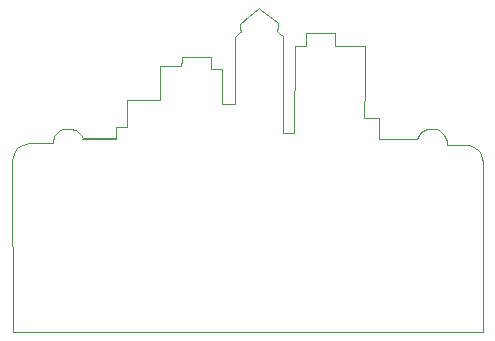
<source format=gbr>
%TF.GenerationSoftware,KiCad,Pcbnew,(5.99.0-9526-g5c17ff0595)*%
%TF.CreationDate,2021-09-22T22:50:55-05:00*%
%TF.ProjectId,SecDSM_Learn,53656344-534d-45f4-9c65-61726e2e6b69,rev?*%
%TF.SameCoordinates,Original*%
%TF.FileFunction,Profile,NP*%
%FSLAX46Y46*%
G04 Gerber Fmt 4.6, Leading zero omitted, Abs format (unit mm)*
G04 Created by KiCad (PCBNEW (5.99.0-9526-g5c17ff0595)) date 2021-09-22 22:50:55*
%MOMM*%
%LPD*%
G01*
G04 APERTURE LIST*
%TA.AperFunction,Profile*%
%ADD10C,0.150000*%
%TD*%
%TA.AperFunction,Profile*%
%ADD11C,0.100000*%
%TD*%
G04 APERTURE END LIST*
D10*
X126682230Y-85408300D02*
X129461280Y-85416500D01*
D11*
X129461280Y-85416500D02*
X129461280Y-84913500D01*
X129461280Y-84913500D02*
X129461280Y-84410400D01*
X129461280Y-84410400D02*
X129929170Y-84418900D01*
X129929170Y-84418900D02*
X130397070Y-84427400D01*
X130397070Y-84427400D02*
X130388670Y-83285300D01*
X130388670Y-83285300D02*
X130380270Y-82143200D01*
X130380270Y-82143200D02*
X131775100Y-82140100D01*
X131775100Y-82140100D02*
X133170000Y-82137000D01*
X133170000Y-82137000D02*
X133173100Y-80675000D01*
X133173100Y-80675000D02*
X133176200Y-79213000D01*
X133176200Y-79213000D02*
X134057800Y-79213000D01*
X134057800Y-79213000D02*
X134939500Y-79213000D01*
X134939500Y-79213000D02*
X134951400Y-79154800D01*
X134951400Y-79154800D02*
X135015900Y-78793100D01*
X135015900Y-78793100D02*
X135068400Y-78489700D01*
X135068400Y-78489700D02*
X136261600Y-78489700D01*
X136261600Y-78489700D02*
X137454800Y-78489700D01*
X137454800Y-78489700D02*
X137454800Y-78980100D01*
X137454800Y-78980100D02*
X137454800Y-79470500D01*
X137454800Y-79470500D02*
X137869800Y-79470500D01*
X137869800Y-79470500D02*
X138360200Y-79478400D01*
X138360200Y-79478400D02*
X138435500Y-79486300D01*
X138435500Y-79486300D02*
X138438600Y-80989500D01*
X138438600Y-80989500D02*
X138441700Y-82492600D01*
X138441700Y-82492600D02*
X138965800Y-82495800D01*
X138965800Y-82495800D02*
X139489900Y-82499000D01*
X139489900Y-82499000D02*
X139490600Y-79645400D01*
X139490600Y-79645400D02*
X139491200Y-76791790D01*
X139491200Y-76791790D02*
X139724000Y-76595630D01*
X139724000Y-76595630D02*
X139982200Y-76372650D01*
X139982200Y-76372650D02*
X140007700Y-76345820D01*
X140007700Y-76345820D02*
X139962000Y-76026110D01*
X139962000Y-76026110D02*
X139928400Y-75766260D01*
X139928400Y-75766260D02*
X139931500Y-75688120D01*
X139931500Y-75688120D02*
X140714900Y-75045950D01*
X140714900Y-75045950D02*
X141499500Y-74402390D01*
X141499500Y-74402390D02*
X141528100Y-74382720D01*
X141528100Y-74382720D02*
X141715100Y-74512300D01*
X141715100Y-74512300D02*
X142381700Y-75025370D01*
X142381700Y-75025370D02*
X143091300Y-75571520D01*
X143091300Y-75571520D02*
X143180100Y-75643930D01*
X143180100Y-75643930D02*
X143137300Y-75976500D01*
X143137300Y-75976500D02*
X143094500Y-76322530D01*
X143094500Y-76322530D02*
X143339500Y-76540450D01*
X143339500Y-76540450D02*
X143584700Y-76737230D01*
X143584700Y-76737230D02*
X143586500Y-77561400D01*
X143586500Y-77561400D02*
X143595700Y-81646700D01*
X143595700Y-81646700D02*
X143603100Y-84907800D01*
X143603100Y-84907800D02*
X144072100Y-84911000D01*
X144072100Y-84911000D02*
X144541300Y-84911000D01*
X144541300Y-84911000D02*
X144602100Y-77849180D01*
X144602100Y-77849180D02*
X144602300Y-77545750D01*
X144602300Y-77545750D02*
X145080400Y-77545750D01*
X145080400Y-77545750D02*
X145558500Y-77545750D01*
X145558500Y-77545750D02*
X145558500Y-77012440D01*
X145558500Y-77012440D02*
X145558500Y-76479140D01*
X145558500Y-76479140D02*
X146766100Y-76479140D01*
X146766100Y-76479140D02*
X147973700Y-76479140D01*
X147973700Y-76479140D02*
X147973700Y-77030830D01*
X147973700Y-77030830D02*
X147973700Y-77582530D01*
X147973700Y-77582530D02*
X149248800Y-77582530D01*
X149248800Y-77582530D02*
X150523800Y-77582530D01*
X150523800Y-77582530D02*
X150523500Y-78069860D01*
X150523500Y-78069860D02*
X150505400Y-80941700D01*
X150505400Y-80941700D02*
X150487300Y-83474500D01*
X150487300Y-83474500D02*
X150487100Y-83622800D01*
X150487100Y-83622800D02*
X150778200Y-83630800D01*
X150778200Y-83630800D02*
X151401500Y-83646900D01*
X151401500Y-83646900D02*
X151733600Y-83655000D01*
X151733600Y-83655000D02*
X151741600Y-84537700D01*
X151741600Y-84537700D02*
X151756900Y-85427700D01*
X151756900Y-85427700D02*
X153358800Y-85434900D01*
X153358800Y-85434900D02*
X154954400Y-85437900D01*
X154954400Y-85437900D02*
X155000400Y-85277700D01*
X155000400Y-85277700D02*
X155068100Y-85124000D01*
X155068100Y-85124000D02*
X155159900Y-84980900D01*
X155159900Y-84980900D02*
X155278400Y-84852500D01*
X155278400Y-84852500D02*
X155426200Y-84742700D01*
X155426200Y-84742700D02*
X155605800Y-84655500D01*
X155605800Y-84655500D02*
X155819700Y-84595200D01*
X155819700Y-84595200D02*
X156070500Y-84565600D01*
X156070500Y-84565600D02*
X156297300Y-84565400D01*
X156297300Y-84565400D02*
X156529400Y-84607300D01*
X156529400Y-84607300D02*
X156757500Y-84694700D01*
X156757500Y-84694700D02*
X156972200Y-84831000D01*
X156972200Y-84831000D02*
X157164100Y-85019800D01*
X157164100Y-85019800D02*
X157248600Y-85134900D01*
X157248600Y-85134900D02*
X157323900Y-85264500D01*
X157323900Y-85264500D02*
X157388800Y-85408900D01*
X157388800Y-85408900D02*
X157442200Y-85568500D01*
X157442200Y-85568500D02*
X157482800Y-85744000D01*
X157482800Y-85744000D02*
X157509600Y-85935500D01*
X157509600Y-85935500D02*
X159039400Y-85931800D01*
X159039400Y-85931800D02*
X159345900Y-85956100D01*
X159345900Y-85956100D02*
X159624300Y-86033900D01*
X159624300Y-86033900D02*
X159872200Y-86161900D01*
X159872200Y-86161900D02*
X160087200Y-86336700D01*
X160087200Y-86336700D02*
X160262800Y-86550800D01*
X160262800Y-86550800D02*
X160391800Y-86796900D01*
X160391800Y-86796900D02*
X160470800Y-87071500D01*
X160470800Y-87071500D02*
X160496600Y-87371200D01*
X160496600Y-87371200D02*
X160500000Y-101800000D01*
X160500000Y-101800000D02*
X120688714Y-101786900D01*
X120688714Y-101786900D02*
X120676530Y-87241000D01*
X120676530Y-87241000D02*
X120704762Y-86943500D01*
X120704762Y-86943500D02*
X120785062Y-86670100D01*
X120785062Y-86670100D02*
X120914510Y-86424400D01*
X120914510Y-86424400D02*
X121090189Y-86210300D01*
X121090189Y-86210300D02*
X121304359Y-86035500D01*
X121304359Y-86035500D02*
X121546287Y-85907100D01*
X121546287Y-85907100D02*
X121808570Y-85828300D01*
X121808570Y-85828300D02*
X122083790Y-85802100D01*
X122083790Y-85802100D02*
X124085360Y-85813000D01*
X124085360Y-85813000D02*
X124091570Y-85647700D01*
X124091570Y-85647700D02*
X124119130Y-85484100D01*
X124119130Y-85484100D02*
X124161180Y-85336800D01*
X124161180Y-85336800D02*
X124216260Y-85205000D01*
X124216260Y-85205000D02*
X124282890Y-85087900D01*
X124282890Y-85087900D02*
X124359610Y-84984900D01*
X124359610Y-84984900D02*
X124537490Y-84817500D01*
X124537490Y-84817500D02*
X124738180Y-84696700D01*
X124738180Y-84696700D02*
X124949970Y-84616300D01*
X124949970Y-84616300D02*
X125161150Y-84570000D01*
X125161150Y-84570000D02*
X125360000Y-84551600D01*
X125360000Y-84551600D02*
X125555160Y-84557000D01*
X125555160Y-84557000D02*
X125740090Y-84582600D01*
X125740090Y-84582600D02*
X125915640Y-84632800D01*
X125915640Y-84632800D02*
X126082660Y-84712100D01*
X126082660Y-84712100D02*
X126241980Y-84824900D01*
X126241980Y-84824900D02*
X126394460Y-84975500D01*
X126394460Y-84975500D02*
X126540920Y-85168600D01*
X126540920Y-85168600D02*
X126682230Y-85408300D01*
X128026900Y-85416400D02*
X128026900Y-85416500D01*
X128026900Y-85416500D02*
X128026870Y-85416500D01*
M02*

</source>
